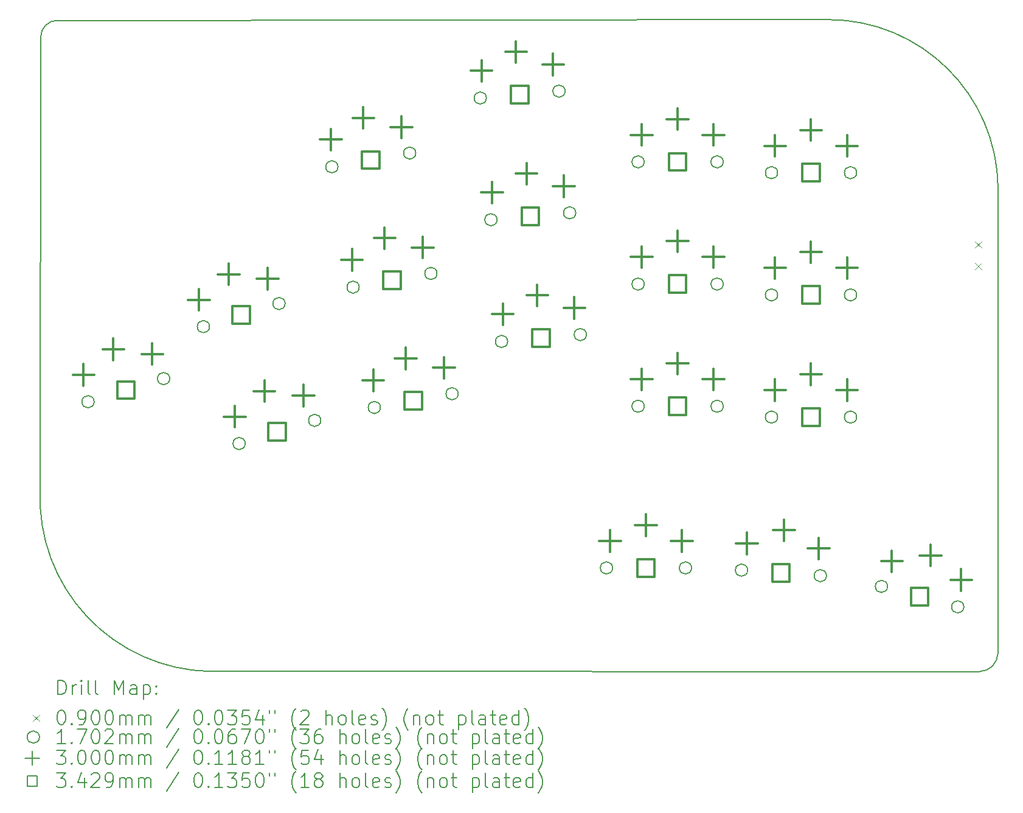
<source format=gbr>
%FSLAX45Y45*%
G04 Gerber Fmt 4.5, Leading zero omitted, Abs format (unit mm)*
G04 Created by KiCad (PCBNEW (6.0.4-0)) date 2022-07-27 11:57:40*
%MOMM*%
%LPD*%
G01*
G04 APERTURE LIST*
%TA.AperFunction,Profile*%
%ADD10C,0.150000*%
%TD*%
%ADD11C,0.200000*%
%ADD12C,0.090000*%
%ADD13C,0.170180*%
%ADD14C,0.300000*%
%ADD15C,0.342900*%
G04 APERTURE END LIST*
D10*
X13637800Y12447790D02*
X2904845Y12436755D01*
X2667000Y5892800D02*
X2676245Y12208155D01*
X16002000Y10109200D02*
G75*
G03*
X13637800Y12447790I-2364200J-25750D01*
G01*
X2667000Y5892800D02*
G75*
G03*
X5029200Y3379408I2415551J-96503D01*
G01*
X15742673Y3376991D02*
G75*
G03*
X16000102Y3632200I-3153J260619D01*
G01*
X16000102Y3632200D02*
X16002000Y10109200D01*
X15742673Y3376992D02*
X5029200Y3379408D01*
X2904845Y12436755D02*
G75*
G03*
X2676245Y12208155I0J-228600D01*
G01*
D11*
D12*
X15681900Y9360800D02*
X15771900Y9270800D01*
X15771900Y9360800D02*
X15681900Y9270800D01*
X15681900Y9060800D02*
X15771900Y8970800D01*
X15771900Y9060800D02*
X15681900Y8970800D01*
D13*
X3419084Y7131370D02*
G75*
G03*
X3419084Y7131370I-85090J0D01*
G01*
X4471019Y7452979D02*
G75*
G03*
X4471019Y7452979I-85090J0D01*
G01*
X5025423Y8175815D02*
G75*
G03*
X5025423Y8175815I-85090J0D01*
G01*
X5522455Y6550097D02*
G75*
G03*
X5522455Y6550097I-85090J0D01*
G01*
X6077358Y8497424D02*
G75*
G03*
X6077358Y8497424I-85090J0D01*
G01*
X6574390Y6871706D02*
G75*
G03*
X6574390Y6871706I-85090J0D01*
G01*
X6813489Y10399777D02*
G75*
G03*
X6813489Y10399777I-85090J0D01*
G01*
X7108691Y8725603D02*
G75*
G03*
X7108691Y8725603I-85090J0D01*
G01*
X7403893Y7051430D02*
G75*
G03*
X7403893Y7051430I-85090J0D01*
G01*
X7896778Y10590790D02*
G75*
G03*
X7896778Y10590790I-85090J0D01*
G01*
X8191980Y8916616D02*
G75*
G03*
X8191980Y8916616I-85090J0D01*
G01*
X8487182Y7242443D02*
G75*
G03*
X8487182Y7242443I-85090J0D01*
G01*
X8879532Y11357012D02*
G75*
G03*
X8879532Y11357012I-85090J0D01*
G01*
X9027696Y9663481D02*
G75*
G03*
X9027696Y9663481I-85090J0D01*
G01*
X9175861Y7969950D02*
G75*
G03*
X9175861Y7969950I-85090J0D01*
G01*
X9975346Y11452883D02*
G75*
G03*
X9975346Y11452883I-85090J0D01*
G01*
X10123510Y9759352D02*
G75*
G03*
X10123510Y9759352I-85090J0D01*
G01*
X10271675Y8065821D02*
G75*
G03*
X10271675Y8065821I-85090J0D01*
G01*
X10636122Y4818838D02*
G75*
G03*
X10636122Y4818838I-85090J0D01*
G01*
X11076199Y10468602D02*
G75*
G03*
X11076199Y10468602I-85090J0D01*
G01*
X11076199Y8768602D02*
G75*
G03*
X11076199Y8768602I-85090J0D01*
G01*
X11076199Y7068602D02*
G75*
G03*
X11076199Y7068602I-85090J0D01*
G01*
X11736122Y4818838D02*
G75*
G03*
X11736122Y4818838I-85090J0D01*
G01*
X12176199Y10468602D02*
G75*
G03*
X12176199Y10468602I-85090J0D01*
G01*
X12176199Y8768602D02*
G75*
G03*
X12176199Y8768602I-85090J0D01*
G01*
X12176199Y7068602D02*
G75*
G03*
X12176199Y7068602I-85090J0D01*
G01*
X12515830Y4788166D02*
G75*
G03*
X12515830Y4788166I-85090J0D01*
G01*
X12933590Y10317800D02*
G75*
G03*
X12933590Y10317800I-85090J0D01*
G01*
X12933590Y8617800D02*
G75*
G03*
X12933590Y8617800I-85090J0D01*
G01*
X12933590Y6917800D02*
G75*
G03*
X12933590Y6917800I-85090J0D01*
G01*
X13613150Y4711434D02*
G75*
G03*
X13613150Y4711434I-85090J0D01*
G01*
X14033590Y10317800D02*
G75*
G03*
X14033590Y10317800I-85090J0D01*
G01*
X14033590Y8617800D02*
G75*
G03*
X14033590Y8617800I-85090J0D01*
G01*
X14033590Y6917800D02*
G75*
G03*
X14033590Y6917800I-85090J0D01*
G01*
X14463631Y4561951D02*
G75*
G03*
X14463631Y4561951I-85090J0D01*
G01*
X15526149Y4277250D02*
G75*
G03*
X15526149Y4277250I-85090J0D01*
G01*
D14*
X3272170Y7654603D02*
X3272170Y7354603D01*
X3122170Y7504603D02*
X3422170Y7504603D01*
X3686000Y8011176D02*
X3686000Y7711176D01*
X3536000Y7861176D02*
X3836000Y7861176D01*
X4228475Y7946974D02*
X4228475Y7646974D01*
X4078475Y7796974D02*
X4378475Y7796974D01*
X4878509Y8699048D02*
X4878509Y8399048D01*
X4728509Y8549048D02*
X5028509Y8549048D01*
X5292339Y9055621D02*
X5292339Y8755621D01*
X5142339Y8905621D02*
X5442339Y8905621D01*
X5375541Y7073330D02*
X5375541Y6773330D01*
X5225541Y6923330D02*
X5525541Y6923330D01*
X5789371Y7429903D02*
X5789371Y7129903D01*
X5639371Y7279903D02*
X5939371Y7279903D01*
X5834814Y8991420D02*
X5834814Y8691420D01*
X5684814Y8841420D02*
X5984814Y8841420D01*
X6331845Y7365702D02*
X6331845Y7065702D01*
X6181845Y7215702D02*
X6481845Y7215702D01*
X6712522Y10927762D02*
X6712522Y10627762D01*
X6562522Y10777762D02*
X6862522Y10777762D01*
X7007724Y9253589D02*
X7007724Y8953589D01*
X6857724Y9103589D02*
X7157724Y9103589D01*
X7166723Y11231244D02*
X7166723Y10931244D01*
X7016723Y11081244D02*
X7316723Y11081244D01*
X7302926Y7579415D02*
X7302926Y7279415D01*
X7152926Y7429415D02*
X7452926Y7429415D01*
X7461925Y9557070D02*
X7461925Y9257070D01*
X7311925Y9407070D02*
X7611925Y9407070D01*
X7697330Y11101410D02*
X7697330Y10801410D01*
X7547330Y10951410D02*
X7847330Y10951410D01*
X7757127Y7882897D02*
X7757127Y7582897D01*
X7607127Y7732897D02*
X7907127Y7732897D01*
X7992531Y9427237D02*
X7992531Y9127237D01*
X7842531Y9277237D02*
X8142531Y9277237D01*
X8287733Y7753063D02*
X8287733Y7453063D01*
X8137733Y7603063D02*
X8437733Y7603063D01*
X8811568Y11884943D02*
X8811568Y11584943D01*
X8661568Y11734943D02*
X8961568Y11734943D01*
X8959733Y10191412D02*
X8959733Y9891412D01*
X8809733Y10041412D02*
X9109733Y10041412D01*
X9107897Y8497881D02*
X9107897Y8197881D01*
X8957897Y8347881D02*
X9257897Y8347881D01*
X9290491Y12147683D02*
X9290491Y11847683D01*
X9140491Y11997683D02*
X9440491Y11997683D01*
X9438656Y10454153D02*
X9438656Y10154153D01*
X9288656Y10304153D02*
X9588656Y10304153D01*
X9586820Y8760622D02*
X9586820Y8460622D01*
X9436820Y8610622D02*
X9736820Y8610622D01*
X9807763Y11972098D02*
X9807763Y11672098D01*
X9657763Y11822098D02*
X9957763Y11822098D01*
X9955927Y10278568D02*
X9955927Y9978568D01*
X9805927Y10128568D02*
X10105927Y10128568D01*
X10104092Y8585037D02*
X10104092Y8285036D01*
X9954092Y8435037D02*
X10254092Y8435037D01*
X10601032Y5343838D02*
X10601032Y5043838D01*
X10451032Y5193838D02*
X10751032Y5193838D01*
X11041109Y10993602D02*
X11041109Y10693602D01*
X10891109Y10843602D02*
X11191109Y10843602D01*
X11041109Y9293602D02*
X11041109Y8993602D01*
X10891109Y9143602D02*
X11191109Y9143602D01*
X11041109Y7593602D02*
X11041109Y7293602D01*
X10891109Y7443602D02*
X11191109Y7443602D01*
X11101032Y5563838D02*
X11101032Y5263838D01*
X10951032Y5413838D02*
X11251032Y5413838D01*
X11541109Y11213602D02*
X11541109Y10913602D01*
X11391109Y11063602D02*
X11691109Y11063602D01*
X11541109Y9513602D02*
X11541109Y9213602D01*
X11391109Y9363602D02*
X11691109Y9363602D01*
X11541109Y7813602D02*
X11541109Y7513602D01*
X11391109Y7663602D02*
X11691109Y7663602D01*
X11601032Y5343838D02*
X11601032Y5043838D01*
X11451032Y5193838D02*
X11751032Y5193838D01*
X12041109Y10993602D02*
X12041109Y10693602D01*
X11891109Y10843602D02*
X12191109Y10843602D01*
X12041109Y9293602D02*
X12041109Y8993602D01*
X11891109Y9143602D02*
X12191109Y9143602D01*
X12041109Y7593602D02*
X12041109Y7293602D01*
X11891109Y7443602D02*
X12191109Y7443602D01*
X12506777Y5308765D02*
X12506777Y5008765D01*
X12356777Y5158765D02*
X12656777Y5158765D01*
X12898500Y10842800D02*
X12898500Y10542800D01*
X12748500Y10692800D02*
X13048500Y10692800D01*
X12898500Y9142800D02*
X12898500Y8842800D01*
X12748500Y8992800D02*
X13048500Y8992800D01*
X12898500Y7442800D02*
X12898500Y7142800D01*
X12748500Y7292800D02*
X13048500Y7292800D01*
X13020905Y5493351D02*
X13020905Y5193351D01*
X12870905Y5343351D02*
X13170905Y5343351D01*
X13398500Y11062800D02*
X13398500Y10762800D01*
X13248500Y10912800D02*
X13548500Y10912800D01*
X13398500Y9362800D02*
X13398500Y9062800D01*
X13248500Y9212800D02*
X13548500Y9212800D01*
X13398500Y7662800D02*
X13398500Y7362800D01*
X13248500Y7512800D02*
X13548500Y7512800D01*
X13504341Y5239008D02*
X13504341Y4939008D01*
X13354341Y5089008D02*
X13654341Y5089008D01*
X13898500Y10842800D02*
X13898500Y10542800D01*
X13748500Y10692800D02*
X14048500Y10692800D01*
X13898500Y9142800D02*
X13898500Y8842800D01*
X13748500Y8992800D02*
X14048500Y8992800D01*
X13898500Y7442800D02*
X13898500Y7142800D01*
X13748500Y7292800D02*
X14048500Y7292800D01*
X14523894Y5061232D02*
X14523894Y4761232D01*
X14373894Y4911232D02*
X14673894Y4911232D01*
X15063797Y5144326D02*
X15063797Y4844326D01*
X14913797Y4994326D02*
X15213797Y4994326D01*
X15489820Y4802413D02*
X15489820Y4502413D01*
X15339820Y4652413D02*
X15639820Y4652413D01*
D15*
X3981196Y7170940D02*
X3981196Y7413409D01*
X3738727Y7413409D01*
X3738727Y7170940D01*
X3981196Y7170940D01*
X5587535Y8215385D02*
X5587535Y8457854D01*
X5345066Y8457854D01*
X5345066Y8215385D01*
X5587535Y8215385D01*
X6084567Y6589667D02*
X6084567Y6832136D01*
X5842098Y6832136D01*
X5842098Y6589667D01*
X6084567Y6589667D01*
X7391278Y10374048D02*
X7391278Y10616518D01*
X7148809Y10616518D01*
X7148809Y10374048D01*
X7391278Y10374048D01*
X7686480Y8699875D02*
X7686480Y8942344D01*
X7444011Y8942344D01*
X7444011Y8699875D01*
X7686480Y8699875D01*
X7981682Y7025702D02*
X7981682Y7268171D01*
X7739213Y7268171D01*
X7739213Y7025702D01*
X7981682Y7025702D01*
X9463583Y11283713D02*
X9463583Y11526182D01*
X9221114Y11526182D01*
X9221114Y11283713D01*
X9463583Y11283713D01*
X9611748Y9590182D02*
X9611748Y9832651D01*
X9369279Y9832651D01*
X9369279Y9590182D01*
X9611748Y9590182D01*
X9759913Y7896651D02*
X9759913Y8139120D01*
X9517444Y8139120D01*
X9517444Y7896651D01*
X9759913Y7896651D01*
X11222266Y4697604D02*
X11222266Y4940073D01*
X10979797Y4940073D01*
X10979797Y4697604D01*
X11222266Y4697604D01*
X11662343Y10347367D02*
X11662343Y10589836D01*
X11419874Y10589836D01*
X11419874Y10347367D01*
X11662343Y10347367D01*
X11662343Y8647367D02*
X11662343Y8889836D01*
X11419874Y8889836D01*
X11419874Y8647367D01*
X11662343Y8647367D01*
X11662343Y6947367D02*
X11662343Y7189836D01*
X11419874Y7189836D01*
X11419874Y6947367D01*
X11662343Y6947367D01*
X13100635Y4628565D02*
X13100635Y4871035D01*
X12858165Y4871035D01*
X12858165Y4628565D01*
X13100635Y4628565D01*
X13519735Y10196565D02*
X13519735Y10439035D01*
X13277265Y10439035D01*
X13277265Y10196565D01*
X13519735Y10196565D01*
X13519735Y8496565D02*
X13519735Y8739035D01*
X13277265Y8739035D01*
X13277265Y8496565D01*
X13519735Y8496565D01*
X13519735Y6796565D02*
X13519735Y7039035D01*
X13277265Y7039035D01*
X13277265Y6796565D01*
X13519735Y6796565D01*
X15031035Y4298365D02*
X15031035Y4540835D01*
X14788565Y4540835D01*
X14788565Y4298365D01*
X15031035Y4298365D01*
D11*
X2915192Y3059016D02*
X2915192Y3259016D01*
X2962811Y3259016D01*
X2991383Y3249492D01*
X3010430Y3230444D01*
X3019954Y3211397D01*
X3029478Y3173301D01*
X3029478Y3144730D01*
X3019954Y3106635D01*
X3010430Y3087587D01*
X2991383Y3068539D01*
X2962811Y3059016D01*
X2915192Y3059016D01*
X3115192Y3059016D02*
X3115192Y3192349D01*
X3115192Y3154254D02*
X3124716Y3173301D01*
X3134240Y3182825D01*
X3153287Y3192349D01*
X3172335Y3192349D01*
X3239002Y3059016D02*
X3239002Y3192349D01*
X3239002Y3259016D02*
X3229478Y3249492D01*
X3239002Y3239968D01*
X3248526Y3249492D01*
X3239002Y3259016D01*
X3239002Y3239968D01*
X3362811Y3059016D02*
X3343764Y3068539D01*
X3334240Y3087587D01*
X3334240Y3259016D01*
X3467573Y3059016D02*
X3448526Y3068539D01*
X3439002Y3087587D01*
X3439002Y3259016D01*
X3696145Y3059016D02*
X3696145Y3259016D01*
X3762811Y3116158D01*
X3829478Y3259016D01*
X3829478Y3059016D01*
X4010430Y3059016D02*
X4010430Y3163778D01*
X4000907Y3182825D01*
X3981859Y3192349D01*
X3943764Y3192349D01*
X3924716Y3182825D01*
X4010430Y3068539D02*
X3991383Y3059016D01*
X3943764Y3059016D01*
X3924716Y3068539D01*
X3915192Y3087587D01*
X3915192Y3106635D01*
X3924716Y3125682D01*
X3943764Y3135206D01*
X3991383Y3135206D01*
X4010430Y3144730D01*
X4105668Y3192349D02*
X4105668Y2992349D01*
X4105668Y3182825D02*
X4124716Y3192349D01*
X4162811Y3192349D01*
X4181859Y3182825D01*
X4191383Y3173301D01*
X4200907Y3154254D01*
X4200907Y3097111D01*
X4191383Y3078063D01*
X4181859Y3068539D01*
X4162811Y3059016D01*
X4124716Y3059016D01*
X4105668Y3068539D01*
X4286621Y3078063D02*
X4296145Y3068539D01*
X4286621Y3059016D01*
X4277097Y3068539D01*
X4286621Y3078063D01*
X4286621Y3059016D01*
X4286621Y3182825D02*
X4296145Y3173301D01*
X4286621Y3163778D01*
X4277097Y3173301D01*
X4286621Y3182825D01*
X4286621Y3163778D01*
D12*
X2567573Y2774492D02*
X2657573Y2684492D01*
X2657573Y2774492D02*
X2567573Y2684492D01*
D11*
X2953287Y2839016D02*
X2972335Y2839016D01*
X2991383Y2829492D01*
X3000907Y2819968D01*
X3010430Y2800920D01*
X3019954Y2762825D01*
X3019954Y2715206D01*
X3010430Y2677111D01*
X3000907Y2658063D01*
X2991383Y2648540D01*
X2972335Y2639016D01*
X2953287Y2639016D01*
X2934240Y2648540D01*
X2924716Y2658063D01*
X2915192Y2677111D01*
X2905668Y2715206D01*
X2905668Y2762825D01*
X2915192Y2800920D01*
X2924716Y2819968D01*
X2934240Y2829492D01*
X2953287Y2839016D01*
X3105668Y2658063D02*
X3115192Y2648540D01*
X3105668Y2639016D01*
X3096145Y2648540D01*
X3105668Y2658063D01*
X3105668Y2639016D01*
X3210430Y2639016D02*
X3248526Y2639016D01*
X3267573Y2648540D01*
X3277097Y2658063D01*
X3296145Y2686635D01*
X3305668Y2724730D01*
X3305668Y2800920D01*
X3296145Y2819968D01*
X3286621Y2829492D01*
X3267573Y2839016D01*
X3229478Y2839016D01*
X3210430Y2829492D01*
X3200907Y2819968D01*
X3191383Y2800920D01*
X3191383Y2753301D01*
X3200907Y2734254D01*
X3210430Y2724730D01*
X3229478Y2715206D01*
X3267573Y2715206D01*
X3286621Y2724730D01*
X3296145Y2734254D01*
X3305668Y2753301D01*
X3429478Y2839016D02*
X3448526Y2839016D01*
X3467573Y2829492D01*
X3477097Y2819968D01*
X3486621Y2800920D01*
X3496145Y2762825D01*
X3496145Y2715206D01*
X3486621Y2677111D01*
X3477097Y2658063D01*
X3467573Y2648540D01*
X3448526Y2639016D01*
X3429478Y2639016D01*
X3410430Y2648540D01*
X3400907Y2658063D01*
X3391383Y2677111D01*
X3381859Y2715206D01*
X3381859Y2762825D01*
X3391383Y2800920D01*
X3400907Y2819968D01*
X3410430Y2829492D01*
X3429478Y2839016D01*
X3619954Y2839016D02*
X3639002Y2839016D01*
X3658049Y2829492D01*
X3667573Y2819968D01*
X3677097Y2800920D01*
X3686621Y2762825D01*
X3686621Y2715206D01*
X3677097Y2677111D01*
X3667573Y2658063D01*
X3658049Y2648540D01*
X3639002Y2639016D01*
X3619954Y2639016D01*
X3600907Y2648540D01*
X3591383Y2658063D01*
X3581859Y2677111D01*
X3572335Y2715206D01*
X3572335Y2762825D01*
X3581859Y2800920D01*
X3591383Y2819968D01*
X3600907Y2829492D01*
X3619954Y2839016D01*
X3772335Y2639016D02*
X3772335Y2772349D01*
X3772335Y2753301D02*
X3781859Y2762825D01*
X3800907Y2772349D01*
X3829478Y2772349D01*
X3848526Y2762825D01*
X3858049Y2743778D01*
X3858049Y2639016D01*
X3858049Y2743778D02*
X3867573Y2762825D01*
X3886621Y2772349D01*
X3915192Y2772349D01*
X3934240Y2762825D01*
X3943764Y2743778D01*
X3943764Y2639016D01*
X4039002Y2639016D02*
X4039002Y2772349D01*
X4039002Y2753301D02*
X4048526Y2762825D01*
X4067573Y2772349D01*
X4096145Y2772349D01*
X4115192Y2762825D01*
X4124716Y2743778D01*
X4124716Y2639016D01*
X4124716Y2743778D02*
X4134240Y2762825D01*
X4153287Y2772349D01*
X4181859Y2772349D01*
X4200907Y2762825D01*
X4210430Y2743778D01*
X4210430Y2639016D01*
X4600907Y2848539D02*
X4429478Y2591397D01*
X4858049Y2839016D02*
X4877097Y2839016D01*
X4896145Y2829492D01*
X4905669Y2819968D01*
X4915192Y2800920D01*
X4924716Y2762825D01*
X4924716Y2715206D01*
X4915192Y2677111D01*
X4905669Y2658063D01*
X4896145Y2648540D01*
X4877097Y2639016D01*
X4858049Y2639016D01*
X4839002Y2648540D01*
X4829478Y2658063D01*
X4819954Y2677111D01*
X4810430Y2715206D01*
X4810430Y2762825D01*
X4819954Y2800920D01*
X4829478Y2819968D01*
X4839002Y2829492D01*
X4858049Y2839016D01*
X5010430Y2658063D02*
X5019954Y2648540D01*
X5010430Y2639016D01*
X5000907Y2648540D01*
X5010430Y2658063D01*
X5010430Y2639016D01*
X5143764Y2839016D02*
X5162811Y2839016D01*
X5181859Y2829492D01*
X5191383Y2819968D01*
X5200907Y2800920D01*
X5210430Y2762825D01*
X5210430Y2715206D01*
X5200907Y2677111D01*
X5191383Y2658063D01*
X5181859Y2648540D01*
X5162811Y2639016D01*
X5143764Y2639016D01*
X5124716Y2648540D01*
X5115192Y2658063D01*
X5105669Y2677111D01*
X5096145Y2715206D01*
X5096145Y2762825D01*
X5105669Y2800920D01*
X5115192Y2819968D01*
X5124716Y2829492D01*
X5143764Y2839016D01*
X5277097Y2839016D02*
X5400907Y2839016D01*
X5334240Y2762825D01*
X5362811Y2762825D01*
X5381859Y2753301D01*
X5391383Y2743778D01*
X5400907Y2724730D01*
X5400907Y2677111D01*
X5391383Y2658063D01*
X5381859Y2648540D01*
X5362811Y2639016D01*
X5305669Y2639016D01*
X5286621Y2648540D01*
X5277097Y2658063D01*
X5581859Y2839016D02*
X5486621Y2839016D01*
X5477097Y2743778D01*
X5486621Y2753301D01*
X5505669Y2762825D01*
X5553288Y2762825D01*
X5572335Y2753301D01*
X5581859Y2743778D01*
X5591383Y2724730D01*
X5591383Y2677111D01*
X5581859Y2658063D01*
X5572335Y2648540D01*
X5553288Y2639016D01*
X5505669Y2639016D01*
X5486621Y2648540D01*
X5477097Y2658063D01*
X5762811Y2772349D02*
X5762811Y2639016D01*
X5715192Y2848539D02*
X5667573Y2705682D01*
X5791383Y2705682D01*
X5858049Y2839016D02*
X5858049Y2800920D01*
X5934240Y2839016D02*
X5934240Y2800920D01*
X6229478Y2562825D02*
X6219954Y2572349D01*
X6200907Y2600920D01*
X6191383Y2619968D01*
X6181859Y2648540D01*
X6172335Y2696159D01*
X6172335Y2734254D01*
X6181859Y2781873D01*
X6191383Y2810444D01*
X6200907Y2829492D01*
X6219954Y2858063D01*
X6229478Y2867587D01*
X6296145Y2819968D02*
X6305668Y2829492D01*
X6324716Y2839016D01*
X6372335Y2839016D01*
X6391383Y2829492D01*
X6400907Y2819968D01*
X6410430Y2800920D01*
X6410430Y2781873D01*
X6400907Y2753301D01*
X6286621Y2639016D01*
X6410430Y2639016D01*
X6648526Y2639016D02*
X6648526Y2839016D01*
X6734240Y2639016D02*
X6734240Y2743778D01*
X6724716Y2762825D01*
X6705668Y2772349D01*
X6677097Y2772349D01*
X6658049Y2762825D01*
X6648526Y2753301D01*
X6858049Y2639016D02*
X6839002Y2648540D01*
X6829478Y2658063D01*
X6819954Y2677111D01*
X6819954Y2734254D01*
X6829478Y2753301D01*
X6839002Y2762825D01*
X6858049Y2772349D01*
X6886621Y2772349D01*
X6905668Y2762825D01*
X6915192Y2753301D01*
X6924716Y2734254D01*
X6924716Y2677111D01*
X6915192Y2658063D01*
X6905668Y2648540D01*
X6886621Y2639016D01*
X6858049Y2639016D01*
X7039002Y2639016D02*
X7019954Y2648540D01*
X7010430Y2667587D01*
X7010430Y2839016D01*
X7191383Y2648540D02*
X7172335Y2639016D01*
X7134240Y2639016D01*
X7115192Y2648540D01*
X7105668Y2667587D01*
X7105668Y2743778D01*
X7115192Y2762825D01*
X7134240Y2772349D01*
X7172335Y2772349D01*
X7191383Y2762825D01*
X7200907Y2743778D01*
X7200907Y2724730D01*
X7105668Y2705682D01*
X7277097Y2648540D02*
X7296145Y2639016D01*
X7334240Y2639016D01*
X7353287Y2648540D01*
X7362811Y2667587D01*
X7362811Y2677111D01*
X7353287Y2696159D01*
X7334240Y2705682D01*
X7305668Y2705682D01*
X7286621Y2715206D01*
X7277097Y2734254D01*
X7277097Y2743778D01*
X7286621Y2762825D01*
X7305668Y2772349D01*
X7334240Y2772349D01*
X7353287Y2762825D01*
X7429478Y2562825D02*
X7439002Y2572349D01*
X7458049Y2600920D01*
X7467573Y2619968D01*
X7477097Y2648540D01*
X7486621Y2696159D01*
X7486621Y2734254D01*
X7477097Y2781873D01*
X7467573Y2810444D01*
X7458049Y2829492D01*
X7439002Y2858063D01*
X7429478Y2867587D01*
X7791383Y2562825D02*
X7781859Y2572349D01*
X7762811Y2600920D01*
X7753287Y2619968D01*
X7743764Y2648540D01*
X7734240Y2696159D01*
X7734240Y2734254D01*
X7743764Y2781873D01*
X7753287Y2810444D01*
X7762811Y2829492D01*
X7781859Y2858063D01*
X7791383Y2867587D01*
X7867573Y2772349D02*
X7867573Y2639016D01*
X7867573Y2753301D02*
X7877097Y2762825D01*
X7896145Y2772349D01*
X7924716Y2772349D01*
X7943764Y2762825D01*
X7953287Y2743778D01*
X7953287Y2639016D01*
X8077097Y2639016D02*
X8058049Y2648540D01*
X8048526Y2658063D01*
X8039002Y2677111D01*
X8039002Y2734254D01*
X8048526Y2753301D01*
X8058049Y2762825D01*
X8077097Y2772349D01*
X8105668Y2772349D01*
X8124716Y2762825D01*
X8134240Y2753301D01*
X8143764Y2734254D01*
X8143764Y2677111D01*
X8134240Y2658063D01*
X8124716Y2648540D01*
X8105668Y2639016D01*
X8077097Y2639016D01*
X8200907Y2772349D02*
X8277097Y2772349D01*
X8229478Y2839016D02*
X8229478Y2667587D01*
X8239002Y2648540D01*
X8258049Y2639016D01*
X8277097Y2639016D01*
X8496145Y2772349D02*
X8496145Y2572349D01*
X8496145Y2762825D02*
X8515192Y2772349D01*
X8553288Y2772349D01*
X8572335Y2762825D01*
X8581859Y2753301D01*
X8591383Y2734254D01*
X8591383Y2677111D01*
X8581859Y2658063D01*
X8572335Y2648540D01*
X8553288Y2639016D01*
X8515192Y2639016D01*
X8496145Y2648540D01*
X8705669Y2639016D02*
X8686621Y2648540D01*
X8677097Y2667587D01*
X8677097Y2839016D01*
X8867573Y2639016D02*
X8867573Y2743778D01*
X8858049Y2762825D01*
X8839002Y2772349D01*
X8800907Y2772349D01*
X8781859Y2762825D01*
X8867573Y2648540D02*
X8848526Y2639016D01*
X8800907Y2639016D01*
X8781859Y2648540D01*
X8772335Y2667587D01*
X8772335Y2686635D01*
X8781859Y2705682D01*
X8800907Y2715206D01*
X8848526Y2715206D01*
X8867573Y2724730D01*
X8934240Y2772349D02*
X9010430Y2772349D01*
X8962811Y2839016D02*
X8962811Y2667587D01*
X8972335Y2648540D01*
X8991383Y2639016D01*
X9010430Y2639016D01*
X9153288Y2648540D02*
X9134240Y2639016D01*
X9096145Y2639016D01*
X9077097Y2648540D01*
X9067573Y2667587D01*
X9067573Y2743778D01*
X9077097Y2762825D01*
X9096145Y2772349D01*
X9134240Y2772349D01*
X9153288Y2762825D01*
X9162811Y2743778D01*
X9162811Y2724730D01*
X9067573Y2705682D01*
X9334240Y2639016D02*
X9334240Y2839016D01*
X9334240Y2648540D02*
X9315192Y2639016D01*
X9277097Y2639016D01*
X9258049Y2648540D01*
X9248526Y2658063D01*
X9239002Y2677111D01*
X9239002Y2734254D01*
X9248526Y2753301D01*
X9258049Y2762825D01*
X9277097Y2772349D01*
X9315192Y2772349D01*
X9334240Y2762825D01*
X9410430Y2562825D02*
X9419954Y2572349D01*
X9439002Y2600920D01*
X9448526Y2619968D01*
X9458049Y2648540D01*
X9467573Y2696159D01*
X9467573Y2734254D01*
X9458049Y2781873D01*
X9448526Y2810444D01*
X9439002Y2829492D01*
X9419954Y2858063D01*
X9410430Y2867587D01*
D13*
X2657573Y2465492D02*
G75*
G03*
X2657573Y2465492I-85090J0D01*
G01*
D11*
X3019954Y2375016D02*
X2905668Y2375016D01*
X2962811Y2375016D02*
X2962811Y2575016D01*
X2943764Y2546444D01*
X2924716Y2527397D01*
X2905668Y2517873D01*
X3105668Y2394063D02*
X3115192Y2384540D01*
X3105668Y2375016D01*
X3096145Y2384540D01*
X3105668Y2394063D01*
X3105668Y2375016D01*
X3181859Y2575016D02*
X3315192Y2575016D01*
X3229478Y2375016D01*
X3429478Y2575016D02*
X3448526Y2575016D01*
X3467573Y2565492D01*
X3477097Y2555968D01*
X3486621Y2536920D01*
X3496145Y2498825D01*
X3496145Y2451206D01*
X3486621Y2413111D01*
X3477097Y2394063D01*
X3467573Y2384540D01*
X3448526Y2375016D01*
X3429478Y2375016D01*
X3410430Y2384540D01*
X3400907Y2394063D01*
X3391383Y2413111D01*
X3381859Y2451206D01*
X3381859Y2498825D01*
X3391383Y2536920D01*
X3400907Y2555968D01*
X3410430Y2565492D01*
X3429478Y2575016D01*
X3572335Y2555968D02*
X3581859Y2565492D01*
X3600907Y2575016D01*
X3648526Y2575016D01*
X3667573Y2565492D01*
X3677097Y2555968D01*
X3686621Y2536920D01*
X3686621Y2517873D01*
X3677097Y2489301D01*
X3562811Y2375016D01*
X3686621Y2375016D01*
X3772335Y2375016D02*
X3772335Y2508349D01*
X3772335Y2489301D02*
X3781859Y2498825D01*
X3800907Y2508349D01*
X3829478Y2508349D01*
X3848526Y2498825D01*
X3858049Y2479778D01*
X3858049Y2375016D01*
X3858049Y2479778D02*
X3867573Y2498825D01*
X3886621Y2508349D01*
X3915192Y2508349D01*
X3934240Y2498825D01*
X3943764Y2479778D01*
X3943764Y2375016D01*
X4039002Y2375016D02*
X4039002Y2508349D01*
X4039002Y2489301D02*
X4048526Y2498825D01*
X4067573Y2508349D01*
X4096145Y2508349D01*
X4115192Y2498825D01*
X4124716Y2479778D01*
X4124716Y2375016D01*
X4124716Y2479778D02*
X4134240Y2498825D01*
X4153287Y2508349D01*
X4181859Y2508349D01*
X4200907Y2498825D01*
X4210430Y2479778D01*
X4210430Y2375016D01*
X4600907Y2584540D02*
X4429478Y2327397D01*
X4858049Y2575016D02*
X4877097Y2575016D01*
X4896145Y2565492D01*
X4905669Y2555968D01*
X4915192Y2536920D01*
X4924716Y2498825D01*
X4924716Y2451206D01*
X4915192Y2413111D01*
X4905669Y2394063D01*
X4896145Y2384540D01*
X4877097Y2375016D01*
X4858049Y2375016D01*
X4839002Y2384540D01*
X4829478Y2394063D01*
X4819954Y2413111D01*
X4810430Y2451206D01*
X4810430Y2498825D01*
X4819954Y2536920D01*
X4829478Y2555968D01*
X4839002Y2565492D01*
X4858049Y2575016D01*
X5010430Y2394063D02*
X5019954Y2384540D01*
X5010430Y2375016D01*
X5000907Y2384540D01*
X5010430Y2394063D01*
X5010430Y2375016D01*
X5143764Y2575016D02*
X5162811Y2575016D01*
X5181859Y2565492D01*
X5191383Y2555968D01*
X5200907Y2536920D01*
X5210430Y2498825D01*
X5210430Y2451206D01*
X5200907Y2413111D01*
X5191383Y2394063D01*
X5181859Y2384540D01*
X5162811Y2375016D01*
X5143764Y2375016D01*
X5124716Y2384540D01*
X5115192Y2394063D01*
X5105669Y2413111D01*
X5096145Y2451206D01*
X5096145Y2498825D01*
X5105669Y2536920D01*
X5115192Y2555968D01*
X5124716Y2565492D01*
X5143764Y2575016D01*
X5381859Y2575016D02*
X5343764Y2575016D01*
X5324716Y2565492D01*
X5315192Y2555968D01*
X5296145Y2527397D01*
X5286621Y2489301D01*
X5286621Y2413111D01*
X5296145Y2394063D01*
X5305669Y2384540D01*
X5324716Y2375016D01*
X5362811Y2375016D01*
X5381859Y2384540D01*
X5391383Y2394063D01*
X5400907Y2413111D01*
X5400907Y2460730D01*
X5391383Y2479778D01*
X5381859Y2489301D01*
X5362811Y2498825D01*
X5324716Y2498825D01*
X5305669Y2489301D01*
X5296145Y2479778D01*
X5286621Y2460730D01*
X5467573Y2575016D02*
X5600907Y2575016D01*
X5515192Y2375016D01*
X5715192Y2575016D02*
X5734240Y2575016D01*
X5753287Y2565492D01*
X5762811Y2555968D01*
X5772335Y2536920D01*
X5781859Y2498825D01*
X5781859Y2451206D01*
X5772335Y2413111D01*
X5762811Y2394063D01*
X5753287Y2384540D01*
X5734240Y2375016D01*
X5715192Y2375016D01*
X5696145Y2384540D01*
X5686621Y2394063D01*
X5677097Y2413111D01*
X5667573Y2451206D01*
X5667573Y2498825D01*
X5677097Y2536920D01*
X5686621Y2555968D01*
X5696145Y2565492D01*
X5715192Y2575016D01*
X5858049Y2575016D02*
X5858049Y2536920D01*
X5934240Y2575016D02*
X5934240Y2536920D01*
X6229478Y2298825D02*
X6219954Y2308349D01*
X6200907Y2336920D01*
X6191383Y2355968D01*
X6181859Y2384540D01*
X6172335Y2432159D01*
X6172335Y2470254D01*
X6181859Y2517873D01*
X6191383Y2546444D01*
X6200907Y2565492D01*
X6219954Y2594063D01*
X6229478Y2603587D01*
X6286621Y2575016D02*
X6410430Y2575016D01*
X6343764Y2498825D01*
X6372335Y2498825D01*
X6391383Y2489301D01*
X6400907Y2479778D01*
X6410430Y2460730D01*
X6410430Y2413111D01*
X6400907Y2394063D01*
X6391383Y2384540D01*
X6372335Y2375016D01*
X6315192Y2375016D01*
X6296145Y2384540D01*
X6286621Y2394063D01*
X6581859Y2575016D02*
X6543764Y2575016D01*
X6524716Y2565492D01*
X6515192Y2555968D01*
X6496145Y2527397D01*
X6486621Y2489301D01*
X6486621Y2413111D01*
X6496145Y2394063D01*
X6505668Y2384540D01*
X6524716Y2375016D01*
X6562811Y2375016D01*
X6581859Y2384540D01*
X6591383Y2394063D01*
X6600907Y2413111D01*
X6600907Y2460730D01*
X6591383Y2479778D01*
X6581859Y2489301D01*
X6562811Y2498825D01*
X6524716Y2498825D01*
X6505668Y2489301D01*
X6496145Y2479778D01*
X6486621Y2460730D01*
X6839002Y2375016D02*
X6839002Y2575016D01*
X6924716Y2375016D02*
X6924716Y2479778D01*
X6915192Y2498825D01*
X6896145Y2508349D01*
X6867573Y2508349D01*
X6848526Y2498825D01*
X6839002Y2489301D01*
X7048526Y2375016D02*
X7029478Y2384540D01*
X7019954Y2394063D01*
X7010430Y2413111D01*
X7010430Y2470254D01*
X7019954Y2489301D01*
X7029478Y2498825D01*
X7048526Y2508349D01*
X7077097Y2508349D01*
X7096145Y2498825D01*
X7105668Y2489301D01*
X7115192Y2470254D01*
X7115192Y2413111D01*
X7105668Y2394063D01*
X7096145Y2384540D01*
X7077097Y2375016D01*
X7048526Y2375016D01*
X7229478Y2375016D02*
X7210430Y2384540D01*
X7200907Y2403587D01*
X7200907Y2575016D01*
X7381859Y2384540D02*
X7362811Y2375016D01*
X7324716Y2375016D01*
X7305668Y2384540D01*
X7296145Y2403587D01*
X7296145Y2479778D01*
X7305668Y2498825D01*
X7324716Y2508349D01*
X7362811Y2508349D01*
X7381859Y2498825D01*
X7391383Y2479778D01*
X7391383Y2460730D01*
X7296145Y2441682D01*
X7467573Y2384540D02*
X7486621Y2375016D01*
X7524716Y2375016D01*
X7543764Y2384540D01*
X7553287Y2403587D01*
X7553287Y2413111D01*
X7543764Y2432159D01*
X7524716Y2441682D01*
X7496145Y2441682D01*
X7477097Y2451206D01*
X7467573Y2470254D01*
X7467573Y2479778D01*
X7477097Y2498825D01*
X7496145Y2508349D01*
X7524716Y2508349D01*
X7543764Y2498825D01*
X7619954Y2298825D02*
X7629478Y2308349D01*
X7648526Y2336920D01*
X7658049Y2355968D01*
X7667573Y2384540D01*
X7677097Y2432159D01*
X7677097Y2470254D01*
X7667573Y2517873D01*
X7658049Y2546444D01*
X7648526Y2565492D01*
X7629478Y2594063D01*
X7619954Y2603587D01*
X7981859Y2298825D02*
X7972335Y2308349D01*
X7953287Y2336920D01*
X7943764Y2355968D01*
X7934240Y2384540D01*
X7924716Y2432159D01*
X7924716Y2470254D01*
X7934240Y2517873D01*
X7943764Y2546444D01*
X7953287Y2565492D01*
X7972335Y2594063D01*
X7981859Y2603587D01*
X8058049Y2508349D02*
X8058049Y2375016D01*
X8058049Y2489301D02*
X8067573Y2498825D01*
X8086621Y2508349D01*
X8115192Y2508349D01*
X8134240Y2498825D01*
X8143764Y2479778D01*
X8143764Y2375016D01*
X8267573Y2375016D02*
X8248526Y2384540D01*
X8239002Y2394063D01*
X8229478Y2413111D01*
X8229478Y2470254D01*
X8239002Y2489301D01*
X8248526Y2498825D01*
X8267573Y2508349D01*
X8296145Y2508349D01*
X8315192Y2498825D01*
X8324716Y2489301D01*
X8334240Y2470254D01*
X8334240Y2413111D01*
X8324716Y2394063D01*
X8315192Y2384540D01*
X8296145Y2375016D01*
X8267573Y2375016D01*
X8391383Y2508349D02*
X8467573Y2508349D01*
X8419954Y2575016D02*
X8419954Y2403587D01*
X8429478Y2384540D01*
X8448526Y2375016D01*
X8467573Y2375016D01*
X8686621Y2508349D02*
X8686621Y2308349D01*
X8686621Y2498825D02*
X8705669Y2508349D01*
X8743764Y2508349D01*
X8762811Y2498825D01*
X8772335Y2489301D01*
X8781859Y2470254D01*
X8781859Y2413111D01*
X8772335Y2394063D01*
X8762811Y2384540D01*
X8743764Y2375016D01*
X8705669Y2375016D01*
X8686621Y2384540D01*
X8896145Y2375016D02*
X8877097Y2384540D01*
X8867573Y2403587D01*
X8867573Y2575016D01*
X9058049Y2375016D02*
X9058049Y2479778D01*
X9048526Y2498825D01*
X9029478Y2508349D01*
X8991383Y2508349D01*
X8972335Y2498825D01*
X9058049Y2384540D02*
X9039002Y2375016D01*
X8991383Y2375016D01*
X8972335Y2384540D01*
X8962811Y2403587D01*
X8962811Y2422635D01*
X8972335Y2441682D01*
X8991383Y2451206D01*
X9039002Y2451206D01*
X9058049Y2460730D01*
X9124716Y2508349D02*
X9200907Y2508349D01*
X9153288Y2575016D02*
X9153288Y2403587D01*
X9162811Y2384540D01*
X9181859Y2375016D01*
X9200907Y2375016D01*
X9343764Y2384540D02*
X9324716Y2375016D01*
X9286621Y2375016D01*
X9267573Y2384540D01*
X9258049Y2403587D01*
X9258049Y2479778D01*
X9267573Y2498825D01*
X9286621Y2508349D01*
X9324716Y2508349D01*
X9343764Y2498825D01*
X9353288Y2479778D01*
X9353288Y2460730D01*
X9258049Y2441682D01*
X9524716Y2375016D02*
X9524716Y2575016D01*
X9524716Y2384540D02*
X9505669Y2375016D01*
X9467573Y2375016D01*
X9448526Y2384540D01*
X9439002Y2394063D01*
X9429478Y2413111D01*
X9429478Y2470254D01*
X9439002Y2489301D01*
X9448526Y2498825D01*
X9467573Y2508349D01*
X9505669Y2508349D01*
X9524716Y2498825D01*
X9600907Y2298825D02*
X9610430Y2308349D01*
X9629478Y2336920D01*
X9639002Y2355968D01*
X9648526Y2384540D01*
X9658049Y2432159D01*
X9658049Y2470254D01*
X9648526Y2517873D01*
X9639002Y2546444D01*
X9629478Y2565492D01*
X9610430Y2594063D01*
X9600907Y2603587D01*
X2557573Y2275312D02*
X2557573Y2075312D01*
X2457573Y2175312D02*
X2657573Y2175312D01*
X2896145Y2284836D02*
X3019954Y2284836D01*
X2953287Y2208645D01*
X2981859Y2208645D01*
X3000907Y2199121D01*
X3010430Y2189598D01*
X3019954Y2170550D01*
X3019954Y2122931D01*
X3010430Y2103883D01*
X3000907Y2094359D01*
X2981859Y2084836D01*
X2924716Y2084836D01*
X2905668Y2094359D01*
X2896145Y2103883D01*
X3105668Y2103883D02*
X3115192Y2094359D01*
X3105668Y2084836D01*
X3096145Y2094359D01*
X3105668Y2103883D01*
X3105668Y2084836D01*
X3239002Y2284836D02*
X3258049Y2284836D01*
X3277097Y2275312D01*
X3286621Y2265788D01*
X3296145Y2246740D01*
X3305668Y2208645D01*
X3305668Y2161026D01*
X3296145Y2122931D01*
X3286621Y2103883D01*
X3277097Y2094359D01*
X3258049Y2084836D01*
X3239002Y2084836D01*
X3219954Y2094359D01*
X3210430Y2103883D01*
X3200907Y2122931D01*
X3191383Y2161026D01*
X3191383Y2208645D01*
X3200907Y2246740D01*
X3210430Y2265788D01*
X3219954Y2275312D01*
X3239002Y2284836D01*
X3429478Y2284836D02*
X3448526Y2284836D01*
X3467573Y2275312D01*
X3477097Y2265788D01*
X3486621Y2246740D01*
X3496145Y2208645D01*
X3496145Y2161026D01*
X3486621Y2122931D01*
X3477097Y2103883D01*
X3467573Y2094359D01*
X3448526Y2084836D01*
X3429478Y2084836D01*
X3410430Y2094359D01*
X3400907Y2103883D01*
X3391383Y2122931D01*
X3381859Y2161026D01*
X3381859Y2208645D01*
X3391383Y2246740D01*
X3400907Y2265788D01*
X3410430Y2275312D01*
X3429478Y2284836D01*
X3619954Y2284836D02*
X3639002Y2284836D01*
X3658049Y2275312D01*
X3667573Y2265788D01*
X3677097Y2246740D01*
X3686621Y2208645D01*
X3686621Y2161026D01*
X3677097Y2122931D01*
X3667573Y2103883D01*
X3658049Y2094359D01*
X3639002Y2084836D01*
X3619954Y2084836D01*
X3600907Y2094359D01*
X3591383Y2103883D01*
X3581859Y2122931D01*
X3572335Y2161026D01*
X3572335Y2208645D01*
X3581859Y2246740D01*
X3591383Y2265788D01*
X3600907Y2275312D01*
X3619954Y2284836D01*
X3772335Y2084836D02*
X3772335Y2218169D01*
X3772335Y2199121D02*
X3781859Y2208645D01*
X3800907Y2218169D01*
X3829478Y2218169D01*
X3848526Y2208645D01*
X3858049Y2189598D01*
X3858049Y2084836D01*
X3858049Y2189598D02*
X3867573Y2208645D01*
X3886621Y2218169D01*
X3915192Y2218169D01*
X3934240Y2208645D01*
X3943764Y2189598D01*
X3943764Y2084836D01*
X4039002Y2084836D02*
X4039002Y2218169D01*
X4039002Y2199121D02*
X4048526Y2208645D01*
X4067573Y2218169D01*
X4096145Y2218169D01*
X4115192Y2208645D01*
X4124716Y2189598D01*
X4124716Y2084836D01*
X4124716Y2189598D02*
X4134240Y2208645D01*
X4153287Y2218169D01*
X4181859Y2218169D01*
X4200907Y2208645D01*
X4210430Y2189598D01*
X4210430Y2084836D01*
X4600907Y2294360D02*
X4429478Y2037217D01*
X4858049Y2284836D02*
X4877097Y2284836D01*
X4896145Y2275312D01*
X4905669Y2265788D01*
X4915192Y2246740D01*
X4924716Y2208645D01*
X4924716Y2161026D01*
X4915192Y2122931D01*
X4905669Y2103883D01*
X4896145Y2094359D01*
X4877097Y2084836D01*
X4858049Y2084836D01*
X4839002Y2094359D01*
X4829478Y2103883D01*
X4819954Y2122931D01*
X4810430Y2161026D01*
X4810430Y2208645D01*
X4819954Y2246740D01*
X4829478Y2265788D01*
X4839002Y2275312D01*
X4858049Y2284836D01*
X5010430Y2103883D02*
X5019954Y2094359D01*
X5010430Y2084836D01*
X5000907Y2094359D01*
X5010430Y2103883D01*
X5010430Y2084836D01*
X5210430Y2084836D02*
X5096145Y2084836D01*
X5153288Y2084836D02*
X5153288Y2284836D01*
X5134240Y2256264D01*
X5115192Y2237217D01*
X5096145Y2227693D01*
X5400907Y2084836D02*
X5286621Y2084836D01*
X5343764Y2084836D02*
X5343764Y2284836D01*
X5324716Y2256264D01*
X5305669Y2237217D01*
X5286621Y2227693D01*
X5515192Y2199121D02*
X5496145Y2208645D01*
X5486621Y2218169D01*
X5477097Y2237217D01*
X5477097Y2246740D01*
X5486621Y2265788D01*
X5496145Y2275312D01*
X5515192Y2284836D01*
X5553288Y2284836D01*
X5572335Y2275312D01*
X5581859Y2265788D01*
X5591383Y2246740D01*
X5591383Y2237217D01*
X5581859Y2218169D01*
X5572335Y2208645D01*
X5553288Y2199121D01*
X5515192Y2199121D01*
X5496145Y2189598D01*
X5486621Y2180074D01*
X5477097Y2161026D01*
X5477097Y2122931D01*
X5486621Y2103883D01*
X5496145Y2094359D01*
X5515192Y2084836D01*
X5553288Y2084836D01*
X5572335Y2094359D01*
X5581859Y2103883D01*
X5591383Y2122931D01*
X5591383Y2161026D01*
X5581859Y2180074D01*
X5572335Y2189598D01*
X5553288Y2199121D01*
X5781859Y2084836D02*
X5667573Y2084836D01*
X5724716Y2084836D02*
X5724716Y2284836D01*
X5705668Y2256264D01*
X5686621Y2237217D01*
X5667573Y2227693D01*
X5858049Y2284836D02*
X5858049Y2246740D01*
X5934240Y2284836D02*
X5934240Y2246740D01*
X6229478Y2008645D02*
X6219954Y2018169D01*
X6200907Y2046740D01*
X6191383Y2065788D01*
X6181859Y2094359D01*
X6172335Y2141979D01*
X6172335Y2180074D01*
X6181859Y2227693D01*
X6191383Y2256264D01*
X6200907Y2275312D01*
X6219954Y2303883D01*
X6229478Y2313407D01*
X6400907Y2284836D02*
X6305668Y2284836D01*
X6296145Y2189598D01*
X6305668Y2199121D01*
X6324716Y2208645D01*
X6372335Y2208645D01*
X6391383Y2199121D01*
X6400907Y2189598D01*
X6410430Y2170550D01*
X6410430Y2122931D01*
X6400907Y2103883D01*
X6391383Y2094359D01*
X6372335Y2084836D01*
X6324716Y2084836D01*
X6305668Y2094359D01*
X6296145Y2103883D01*
X6581859Y2218169D02*
X6581859Y2084836D01*
X6534240Y2294360D02*
X6486621Y2151502D01*
X6610430Y2151502D01*
X6839002Y2084836D02*
X6839002Y2284836D01*
X6924716Y2084836D02*
X6924716Y2189598D01*
X6915192Y2208645D01*
X6896145Y2218169D01*
X6867573Y2218169D01*
X6848526Y2208645D01*
X6839002Y2199121D01*
X7048526Y2084836D02*
X7029478Y2094359D01*
X7019954Y2103883D01*
X7010430Y2122931D01*
X7010430Y2180074D01*
X7019954Y2199121D01*
X7029478Y2208645D01*
X7048526Y2218169D01*
X7077097Y2218169D01*
X7096145Y2208645D01*
X7105668Y2199121D01*
X7115192Y2180074D01*
X7115192Y2122931D01*
X7105668Y2103883D01*
X7096145Y2094359D01*
X7077097Y2084836D01*
X7048526Y2084836D01*
X7229478Y2084836D02*
X7210430Y2094359D01*
X7200907Y2113407D01*
X7200907Y2284836D01*
X7381859Y2094359D02*
X7362811Y2084836D01*
X7324716Y2084836D01*
X7305668Y2094359D01*
X7296145Y2113407D01*
X7296145Y2189598D01*
X7305668Y2208645D01*
X7324716Y2218169D01*
X7362811Y2218169D01*
X7381859Y2208645D01*
X7391383Y2189598D01*
X7391383Y2170550D01*
X7296145Y2151502D01*
X7467573Y2094359D02*
X7486621Y2084836D01*
X7524716Y2084836D01*
X7543764Y2094359D01*
X7553287Y2113407D01*
X7553287Y2122931D01*
X7543764Y2141979D01*
X7524716Y2151502D01*
X7496145Y2151502D01*
X7477097Y2161026D01*
X7467573Y2180074D01*
X7467573Y2189598D01*
X7477097Y2208645D01*
X7496145Y2218169D01*
X7524716Y2218169D01*
X7543764Y2208645D01*
X7619954Y2008645D02*
X7629478Y2018169D01*
X7648526Y2046740D01*
X7658049Y2065788D01*
X7667573Y2094359D01*
X7677097Y2141979D01*
X7677097Y2180074D01*
X7667573Y2227693D01*
X7658049Y2256264D01*
X7648526Y2275312D01*
X7629478Y2303883D01*
X7619954Y2313407D01*
X7981859Y2008645D02*
X7972335Y2018169D01*
X7953287Y2046740D01*
X7943764Y2065788D01*
X7934240Y2094359D01*
X7924716Y2141979D01*
X7924716Y2180074D01*
X7934240Y2227693D01*
X7943764Y2256264D01*
X7953287Y2275312D01*
X7972335Y2303883D01*
X7981859Y2313407D01*
X8058049Y2218169D02*
X8058049Y2084836D01*
X8058049Y2199121D02*
X8067573Y2208645D01*
X8086621Y2218169D01*
X8115192Y2218169D01*
X8134240Y2208645D01*
X8143764Y2189598D01*
X8143764Y2084836D01*
X8267573Y2084836D02*
X8248526Y2094359D01*
X8239002Y2103883D01*
X8229478Y2122931D01*
X8229478Y2180074D01*
X8239002Y2199121D01*
X8248526Y2208645D01*
X8267573Y2218169D01*
X8296145Y2218169D01*
X8315192Y2208645D01*
X8324716Y2199121D01*
X8334240Y2180074D01*
X8334240Y2122931D01*
X8324716Y2103883D01*
X8315192Y2094359D01*
X8296145Y2084836D01*
X8267573Y2084836D01*
X8391383Y2218169D02*
X8467573Y2218169D01*
X8419954Y2284836D02*
X8419954Y2113407D01*
X8429478Y2094359D01*
X8448526Y2084836D01*
X8467573Y2084836D01*
X8686621Y2218169D02*
X8686621Y2018169D01*
X8686621Y2208645D02*
X8705669Y2218169D01*
X8743764Y2218169D01*
X8762811Y2208645D01*
X8772335Y2199121D01*
X8781859Y2180074D01*
X8781859Y2122931D01*
X8772335Y2103883D01*
X8762811Y2094359D01*
X8743764Y2084836D01*
X8705669Y2084836D01*
X8686621Y2094359D01*
X8896145Y2084836D02*
X8877097Y2094359D01*
X8867573Y2113407D01*
X8867573Y2284836D01*
X9058049Y2084836D02*
X9058049Y2189598D01*
X9048526Y2208645D01*
X9029478Y2218169D01*
X8991383Y2218169D01*
X8972335Y2208645D01*
X9058049Y2094359D02*
X9039002Y2084836D01*
X8991383Y2084836D01*
X8972335Y2094359D01*
X8962811Y2113407D01*
X8962811Y2132455D01*
X8972335Y2151502D01*
X8991383Y2161026D01*
X9039002Y2161026D01*
X9058049Y2170550D01*
X9124716Y2218169D02*
X9200907Y2218169D01*
X9153288Y2284836D02*
X9153288Y2113407D01*
X9162811Y2094359D01*
X9181859Y2084836D01*
X9200907Y2084836D01*
X9343764Y2094359D02*
X9324716Y2084836D01*
X9286621Y2084836D01*
X9267573Y2094359D01*
X9258049Y2113407D01*
X9258049Y2189598D01*
X9267573Y2208645D01*
X9286621Y2218169D01*
X9324716Y2218169D01*
X9343764Y2208645D01*
X9353288Y2189598D01*
X9353288Y2170550D01*
X9258049Y2151502D01*
X9524716Y2084836D02*
X9524716Y2284836D01*
X9524716Y2094359D02*
X9505669Y2084836D01*
X9467573Y2084836D01*
X9448526Y2094359D01*
X9439002Y2103883D01*
X9429478Y2122931D01*
X9429478Y2180074D01*
X9439002Y2199121D01*
X9448526Y2208645D01*
X9467573Y2218169D01*
X9505669Y2218169D01*
X9524716Y2208645D01*
X9600907Y2008645D02*
X9610430Y2018169D01*
X9629478Y2046740D01*
X9639002Y2065788D01*
X9648526Y2094359D01*
X9658049Y2141979D01*
X9658049Y2180074D01*
X9648526Y2227693D01*
X9639002Y2256264D01*
X9629478Y2275312D01*
X9610430Y2303883D01*
X9600907Y2313407D01*
X2628285Y1784600D02*
X2628285Y1926023D01*
X2486862Y1926023D01*
X2486862Y1784600D01*
X2628285Y1784600D01*
X2896145Y1964836D02*
X3019954Y1964836D01*
X2953287Y1888645D01*
X2981859Y1888645D01*
X3000907Y1879121D01*
X3010430Y1869598D01*
X3019954Y1850550D01*
X3019954Y1802931D01*
X3010430Y1783883D01*
X3000907Y1774359D01*
X2981859Y1764836D01*
X2924716Y1764836D01*
X2905668Y1774359D01*
X2896145Y1783883D01*
X3105668Y1783883D02*
X3115192Y1774359D01*
X3105668Y1764836D01*
X3096145Y1774359D01*
X3105668Y1783883D01*
X3105668Y1764836D01*
X3286621Y1898169D02*
X3286621Y1764836D01*
X3239002Y1974359D02*
X3191383Y1831502D01*
X3315192Y1831502D01*
X3381859Y1945788D02*
X3391383Y1955312D01*
X3410430Y1964836D01*
X3458049Y1964836D01*
X3477097Y1955312D01*
X3486621Y1945788D01*
X3496145Y1926740D01*
X3496145Y1907693D01*
X3486621Y1879121D01*
X3372335Y1764836D01*
X3496145Y1764836D01*
X3591383Y1764836D02*
X3629478Y1764836D01*
X3648526Y1774359D01*
X3658049Y1783883D01*
X3677097Y1812455D01*
X3686621Y1850550D01*
X3686621Y1926740D01*
X3677097Y1945788D01*
X3667573Y1955312D01*
X3648526Y1964836D01*
X3610430Y1964836D01*
X3591383Y1955312D01*
X3581859Y1945788D01*
X3572335Y1926740D01*
X3572335Y1879121D01*
X3581859Y1860074D01*
X3591383Y1850550D01*
X3610430Y1841026D01*
X3648526Y1841026D01*
X3667573Y1850550D01*
X3677097Y1860074D01*
X3686621Y1879121D01*
X3772335Y1764836D02*
X3772335Y1898169D01*
X3772335Y1879121D02*
X3781859Y1888645D01*
X3800907Y1898169D01*
X3829478Y1898169D01*
X3848526Y1888645D01*
X3858049Y1869598D01*
X3858049Y1764836D01*
X3858049Y1869598D02*
X3867573Y1888645D01*
X3886621Y1898169D01*
X3915192Y1898169D01*
X3934240Y1888645D01*
X3943764Y1869598D01*
X3943764Y1764836D01*
X4039002Y1764836D02*
X4039002Y1898169D01*
X4039002Y1879121D02*
X4048526Y1888645D01*
X4067573Y1898169D01*
X4096145Y1898169D01*
X4115192Y1888645D01*
X4124716Y1869598D01*
X4124716Y1764836D01*
X4124716Y1869598D02*
X4134240Y1888645D01*
X4153287Y1898169D01*
X4181859Y1898169D01*
X4200907Y1888645D01*
X4210430Y1869598D01*
X4210430Y1764836D01*
X4600907Y1974359D02*
X4429478Y1717217D01*
X4858049Y1964836D02*
X4877097Y1964836D01*
X4896145Y1955312D01*
X4905669Y1945788D01*
X4915192Y1926740D01*
X4924716Y1888645D01*
X4924716Y1841026D01*
X4915192Y1802931D01*
X4905669Y1783883D01*
X4896145Y1774359D01*
X4877097Y1764836D01*
X4858049Y1764836D01*
X4839002Y1774359D01*
X4829478Y1783883D01*
X4819954Y1802931D01*
X4810430Y1841026D01*
X4810430Y1888645D01*
X4819954Y1926740D01*
X4829478Y1945788D01*
X4839002Y1955312D01*
X4858049Y1964836D01*
X5010430Y1783883D02*
X5019954Y1774359D01*
X5010430Y1764836D01*
X5000907Y1774359D01*
X5010430Y1783883D01*
X5010430Y1764836D01*
X5210430Y1764836D02*
X5096145Y1764836D01*
X5153288Y1764836D02*
X5153288Y1964836D01*
X5134240Y1936264D01*
X5115192Y1917217D01*
X5096145Y1907693D01*
X5277097Y1964836D02*
X5400907Y1964836D01*
X5334240Y1888645D01*
X5362811Y1888645D01*
X5381859Y1879121D01*
X5391383Y1869598D01*
X5400907Y1850550D01*
X5400907Y1802931D01*
X5391383Y1783883D01*
X5381859Y1774359D01*
X5362811Y1764836D01*
X5305669Y1764836D01*
X5286621Y1774359D01*
X5277097Y1783883D01*
X5581859Y1964836D02*
X5486621Y1964836D01*
X5477097Y1869598D01*
X5486621Y1879121D01*
X5505669Y1888645D01*
X5553288Y1888645D01*
X5572335Y1879121D01*
X5581859Y1869598D01*
X5591383Y1850550D01*
X5591383Y1802931D01*
X5581859Y1783883D01*
X5572335Y1774359D01*
X5553288Y1764836D01*
X5505669Y1764836D01*
X5486621Y1774359D01*
X5477097Y1783883D01*
X5715192Y1964836D02*
X5734240Y1964836D01*
X5753287Y1955312D01*
X5762811Y1945788D01*
X5772335Y1926740D01*
X5781859Y1888645D01*
X5781859Y1841026D01*
X5772335Y1802931D01*
X5762811Y1783883D01*
X5753287Y1774359D01*
X5734240Y1764836D01*
X5715192Y1764836D01*
X5696145Y1774359D01*
X5686621Y1783883D01*
X5677097Y1802931D01*
X5667573Y1841026D01*
X5667573Y1888645D01*
X5677097Y1926740D01*
X5686621Y1945788D01*
X5696145Y1955312D01*
X5715192Y1964836D01*
X5858049Y1964836D02*
X5858049Y1926740D01*
X5934240Y1964836D02*
X5934240Y1926740D01*
X6229478Y1688645D02*
X6219954Y1698169D01*
X6200907Y1726740D01*
X6191383Y1745788D01*
X6181859Y1774359D01*
X6172335Y1821978D01*
X6172335Y1860074D01*
X6181859Y1907693D01*
X6191383Y1936264D01*
X6200907Y1955312D01*
X6219954Y1983883D01*
X6229478Y1993407D01*
X6410430Y1764836D02*
X6296145Y1764836D01*
X6353287Y1764836D02*
X6353287Y1964836D01*
X6334240Y1936264D01*
X6315192Y1917217D01*
X6296145Y1907693D01*
X6524716Y1879121D02*
X6505668Y1888645D01*
X6496145Y1898169D01*
X6486621Y1917217D01*
X6486621Y1926740D01*
X6496145Y1945788D01*
X6505668Y1955312D01*
X6524716Y1964836D01*
X6562811Y1964836D01*
X6581859Y1955312D01*
X6591383Y1945788D01*
X6600907Y1926740D01*
X6600907Y1917217D01*
X6591383Y1898169D01*
X6581859Y1888645D01*
X6562811Y1879121D01*
X6524716Y1879121D01*
X6505668Y1869598D01*
X6496145Y1860074D01*
X6486621Y1841026D01*
X6486621Y1802931D01*
X6496145Y1783883D01*
X6505668Y1774359D01*
X6524716Y1764836D01*
X6562811Y1764836D01*
X6581859Y1774359D01*
X6591383Y1783883D01*
X6600907Y1802931D01*
X6600907Y1841026D01*
X6591383Y1860074D01*
X6581859Y1869598D01*
X6562811Y1879121D01*
X6839002Y1764836D02*
X6839002Y1964836D01*
X6924716Y1764836D02*
X6924716Y1869598D01*
X6915192Y1888645D01*
X6896145Y1898169D01*
X6867573Y1898169D01*
X6848526Y1888645D01*
X6839002Y1879121D01*
X7048526Y1764836D02*
X7029478Y1774359D01*
X7019954Y1783883D01*
X7010430Y1802931D01*
X7010430Y1860074D01*
X7019954Y1879121D01*
X7029478Y1888645D01*
X7048526Y1898169D01*
X7077097Y1898169D01*
X7096145Y1888645D01*
X7105668Y1879121D01*
X7115192Y1860074D01*
X7115192Y1802931D01*
X7105668Y1783883D01*
X7096145Y1774359D01*
X7077097Y1764836D01*
X7048526Y1764836D01*
X7229478Y1764836D02*
X7210430Y1774359D01*
X7200907Y1793407D01*
X7200907Y1964836D01*
X7381859Y1774359D02*
X7362811Y1764836D01*
X7324716Y1764836D01*
X7305668Y1774359D01*
X7296145Y1793407D01*
X7296145Y1869598D01*
X7305668Y1888645D01*
X7324716Y1898169D01*
X7362811Y1898169D01*
X7381859Y1888645D01*
X7391383Y1869598D01*
X7391383Y1850550D01*
X7296145Y1831502D01*
X7467573Y1774359D02*
X7486621Y1764836D01*
X7524716Y1764836D01*
X7543764Y1774359D01*
X7553287Y1793407D01*
X7553287Y1802931D01*
X7543764Y1821978D01*
X7524716Y1831502D01*
X7496145Y1831502D01*
X7477097Y1841026D01*
X7467573Y1860074D01*
X7467573Y1869598D01*
X7477097Y1888645D01*
X7496145Y1898169D01*
X7524716Y1898169D01*
X7543764Y1888645D01*
X7619954Y1688645D02*
X7629478Y1698169D01*
X7648526Y1726740D01*
X7658049Y1745788D01*
X7667573Y1774359D01*
X7677097Y1821978D01*
X7677097Y1860074D01*
X7667573Y1907693D01*
X7658049Y1936264D01*
X7648526Y1955312D01*
X7629478Y1983883D01*
X7619954Y1993407D01*
X7981859Y1688645D02*
X7972335Y1698169D01*
X7953287Y1726740D01*
X7943764Y1745788D01*
X7934240Y1774359D01*
X7924716Y1821978D01*
X7924716Y1860074D01*
X7934240Y1907693D01*
X7943764Y1936264D01*
X7953287Y1955312D01*
X7972335Y1983883D01*
X7981859Y1993407D01*
X8058049Y1898169D02*
X8058049Y1764836D01*
X8058049Y1879121D02*
X8067573Y1888645D01*
X8086621Y1898169D01*
X8115192Y1898169D01*
X8134240Y1888645D01*
X8143764Y1869598D01*
X8143764Y1764836D01*
X8267573Y1764836D02*
X8248526Y1774359D01*
X8239002Y1783883D01*
X8229478Y1802931D01*
X8229478Y1860074D01*
X8239002Y1879121D01*
X8248526Y1888645D01*
X8267573Y1898169D01*
X8296145Y1898169D01*
X8315192Y1888645D01*
X8324716Y1879121D01*
X8334240Y1860074D01*
X8334240Y1802931D01*
X8324716Y1783883D01*
X8315192Y1774359D01*
X8296145Y1764836D01*
X8267573Y1764836D01*
X8391383Y1898169D02*
X8467573Y1898169D01*
X8419954Y1964836D02*
X8419954Y1793407D01*
X8429478Y1774359D01*
X8448526Y1764836D01*
X8467573Y1764836D01*
X8686621Y1898169D02*
X8686621Y1698169D01*
X8686621Y1888645D02*
X8705669Y1898169D01*
X8743764Y1898169D01*
X8762811Y1888645D01*
X8772335Y1879121D01*
X8781859Y1860074D01*
X8781859Y1802931D01*
X8772335Y1783883D01*
X8762811Y1774359D01*
X8743764Y1764836D01*
X8705669Y1764836D01*
X8686621Y1774359D01*
X8896145Y1764836D02*
X8877097Y1774359D01*
X8867573Y1793407D01*
X8867573Y1964836D01*
X9058049Y1764836D02*
X9058049Y1869598D01*
X9048526Y1888645D01*
X9029478Y1898169D01*
X8991383Y1898169D01*
X8972335Y1888645D01*
X9058049Y1774359D02*
X9039002Y1764836D01*
X8991383Y1764836D01*
X8972335Y1774359D01*
X8962811Y1793407D01*
X8962811Y1812455D01*
X8972335Y1831502D01*
X8991383Y1841026D01*
X9039002Y1841026D01*
X9058049Y1850550D01*
X9124716Y1898169D02*
X9200907Y1898169D01*
X9153288Y1964836D02*
X9153288Y1793407D01*
X9162811Y1774359D01*
X9181859Y1764836D01*
X9200907Y1764836D01*
X9343764Y1774359D02*
X9324716Y1764836D01*
X9286621Y1764836D01*
X9267573Y1774359D01*
X9258049Y1793407D01*
X9258049Y1869598D01*
X9267573Y1888645D01*
X9286621Y1898169D01*
X9324716Y1898169D01*
X9343764Y1888645D01*
X9353288Y1869598D01*
X9353288Y1850550D01*
X9258049Y1831502D01*
X9524716Y1764836D02*
X9524716Y1964836D01*
X9524716Y1774359D02*
X9505669Y1764836D01*
X9467573Y1764836D01*
X9448526Y1774359D01*
X9439002Y1783883D01*
X9429478Y1802931D01*
X9429478Y1860074D01*
X9439002Y1879121D01*
X9448526Y1888645D01*
X9467573Y1898169D01*
X9505669Y1898169D01*
X9524716Y1888645D01*
X9600907Y1688645D02*
X9610430Y1698169D01*
X9629478Y1726740D01*
X9639002Y1745788D01*
X9648526Y1774359D01*
X9658049Y1821978D01*
X9658049Y1860074D01*
X9648526Y1907693D01*
X9639002Y1936264D01*
X9629478Y1955312D01*
X9610430Y1983883D01*
X9600907Y1993407D01*
M02*

</source>
